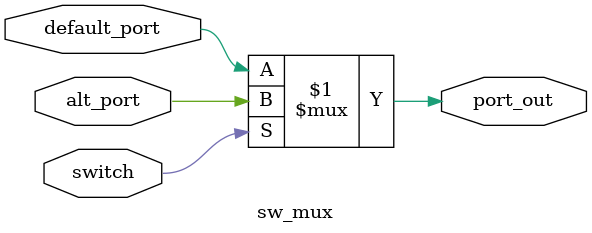
<source format=v>
module sw_mux (
    port_out,
    default_port,
    alt_port,
    switch
);
  output port_out;
  input default_port;
  input alt_port;
  input switch;
  assign port_out = switch ? alt_port : default_port;
endmodule
</source>
